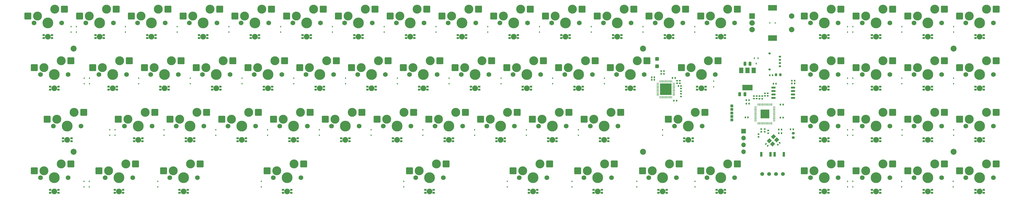
<source format=gbr>
%TF.GenerationSoftware,KiCad,Pcbnew,(6.0.10-0)*%
%TF.CreationDate,2023-03-08T08:25:19-06:00*%
%TF.ProjectId,The-GarlicBoard-2,5468652d-4761-4726-9c69-63426f617264,rev?*%
%TF.SameCoordinates,Original*%
%TF.FileFunction,Soldermask,Bot*%
%TF.FilePolarity,Negative*%
%FSLAX46Y46*%
G04 Gerber Fmt 4.6, Leading zero omitted, Abs format (unit mm)*
G04 Created by KiCad (PCBNEW (6.0.10-0)) date 2023-03-08 08:25:19*
%MOMM*%
%LPD*%
G01*
G04 APERTURE LIST*
G04 Aperture macros list*
%AMRoundRect*
0 Rectangle with rounded corners*
0 $1 Rounding radius*
0 $2 $3 $4 $5 $6 $7 $8 $9 X,Y pos of 4 corners*
0 Add a 4 corners polygon primitive as box body*
4,1,4,$2,$3,$4,$5,$6,$7,$8,$9,$2,$3,0*
0 Add four circle primitives for the rounded corners*
1,1,$1+$1,$2,$3*
1,1,$1+$1,$4,$5*
1,1,$1+$1,$6,$7*
1,1,$1+$1,$8,$9*
0 Add four rect primitives between the rounded corners*
20,1,$1+$1,$2,$3,$4,$5,0*
20,1,$1+$1,$4,$5,$6,$7,0*
20,1,$1+$1,$6,$7,$8,$9,0*
20,1,$1+$1,$8,$9,$2,$3,0*%
%AMRotRect*
0 Rectangle, with rotation*
0 The origin of the aperture is its center*
0 $1 length*
0 $2 width*
0 $3 Rotation angle, in degrees counterclockwise*
0 Add horizontal line*
21,1,$1,$2,0,0,$3*%
G04 Aperture macros list end*
%ADD10C,2.200000*%
%ADD11C,1.397000*%
%ADD12R,2.000000X2.000000*%
%ADD13C,2.000000*%
%ADD14R,3.200000X2.000000*%
%ADD15C,2.100000*%
%ADD16RoundRect,0.070000X-0.330000X-0.280000X0.330000X-0.280000X0.330000X0.280000X-0.330000X0.280000X0*%
%ADD17C,1.750000*%
%ADD18C,3.987800*%
%ADD19RoundRect,0.250000X1.025000X1.000000X-1.025000X1.000000X-1.025000X-1.000000X1.025000X-1.000000X0*%
%ADD20C,3.300000*%
%ADD21RoundRect,0.140000X0.140000X0.170000X-0.140000X0.170000X-0.140000X-0.170000X0.140000X-0.170000X0*%
%ADD22RoundRect,0.218750X0.218750X0.256250X-0.218750X0.256250X-0.218750X-0.256250X0.218750X-0.256250X0*%
%ADD23R,1.000000X1.000000*%
%ADD24R,0.450000X0.600000*%
%ADD25RoundRect,0.135000X0.135000X0.185000X-0.135000X0.185000X-0.135000X-0.185000X0.135000X-0.185000X0*%
%ADD26RoundRect,0.140000X0.170000X-0.140000X0.170000X0.140000X-0.170000X0.140000X-0.170000X-0.140000X0*%
%ADD27RoundRect,0.050000X0.050000X-0.375000X0.050000X0.375000X-0.050000X0.375000X-0.050000X-0.375000X0*%
%ADD28RoundRect,0.050000X0.375000X-0.050000X0.375000X0.050000X-0.375000X0.050000X-0.375000X-0.050000X0*%
%ADD29C,0.600000*%
%ADD30R,4.200000X4.200000*%
%ADD31RotRect,1.400000X1.200000X45.000000*%
%ADD32RoundRect,0.140000X0.219203X0.021213X0.021213X0.219203X-0.219203X-0.021213X-0.021213X-0.219203X0*%
%ADD33RoundRect,0.140000X-0.140000X-0.170000X0.140000X-0.170000X0.140000X0.170000X-0.140000X0.170000X0*%
%ADD34RoundRect,0.050000X0.387500X0.050000X-0.387500X0.050000X-0.387500X-0.050000X0.387500X-0.050000X0*%
%ADD35RoundRect,0.050000X0.050000X0.387500X-0.050000X0.387500X-0.050000X-0.387500X0.050000X-0.387500X0*%
%ADD36R,3.200000X3.200000*%
%ADD37RoundRect,0.135000X-0.135000X-0.185000X0.135000X-0.185000X0.135000X0.185000X-0.135000X0.185000X0*%
%ADD38R,0.450000X0.700000*%
%ADD39RoundRect,0.250000X0.425000X-0.450000X0.425000X0.450000X-0.425000X0.450000X-0.425000X-0.450000X0*%
%ADD40RoundRect,0.135000X0.185000X-0.135000X0.185000X0.135000X-0.185000X0.135000X-0.185000X-0.135000X0*%
%ADD41RoundRect,0.140000X-0.170000X0.140000X-0.170000X-0.140000X0.170000X-0.140000X0.170000X0.140000X0*%
%ADD42RoundRect,0.140000X0.021213X-0.219203X0.219203X-0.021213X-0.021213X0.219203X-0.219203X0.021213X0*%
%ADD43R,0.900000X1.700000*%
%ADD44R,1.500000X2.000000*%
%ADD45R,3.800000X2.000000*%
%ADD46RoundRect,0.150000X0.275000X-0.150000X0.275000X0.150000X-0.275000X0.150000X-0.275000X-0.150000X0*%
%ADD47RoundRect,0.175000X0.225000X-0.175000X0.225000X0.175000X-0.225000X0.175000X-0.225000X-0.175000X0*%
%ADD48R,0.600000X0.450000*%
%ADD49RoundRect,0.250000X0.250000X0.475000X-0.250000X0.475000X-0.250000X-0.475000X0.250000X-0.475000X0*%
%ADD50RoundRect,0.135000X-0.185000X0.135000X-0.185000X-0.135000X0.185000X-0.135000X0.185000X0.135000X0*%
%ADD51R,1.700000X1.700000*%
%ADD52O,1.700000X1.700000*%
%ADD53RoundRect,0.150000X0.650000X0.150000X-0.650000X0.150000X-0.650000X-0.150000X0.650000X-0.150000X0*%
%ADD54RoundRect,0.218750X0.256250X-0.218750X0.256250X0.218750X-0.256250X0.218750X-0.256250X-0.218750X0*%
G04 APERTURE END LIST*
D10*
X373000000Y-148720000D03*
X49151000Y-148720000D03*
X372999000Y-110617000D03*
X258701000Y-148720000D03*
D11*
X302514000Y-156922000D03*
X305054000Y-156922000D03*
X307594000Y-156922000D03*
X310134000Y-156922000D03*
D10*
X258700000Y-110617000D03*
X49150000Y-110617000D03*
D12*
X298824000Y-98592000D03*
D13*
X298824000Y-103592000D03*
X298824000Y-101092000D03*
D14*
X306324000Y-106692000D03*
X306324000Y-95492000D03*
D13*
X313324000Y-103592000D03*
X313324000Y-98592000D03*
D15*
X287274000Y-106172000D03*
D16*
X285724000Y-106722000D03*
X285724000Y-105622000D03*
X288824000Y-105622000D03*
X288824000Y-106722000D03*
D15*
X275367750Y-144272000D03*
D16*
X273817750Y-144822000D03*
X273817750Y-143722000D03*
X276917750Y-143722000D03*
X276917750Y-144822000D03*
D17*
X220980000Y-120142000D03*
X210820000Y-120142000D03*
D18*
X215900000Y-120142000D03*
D19*
X208540000Y-117602000D03*
D20*
X212090000Y-117602000D03*
D19*
X221990000Y-115062000D03*
D20*
X218440000Y-115062000D03*
D21*
X297269000Y-135979000D03*
X296309000Y-135979000D03*
D22*
X309207500Y-120210000D03*
X307632500Y-120210000D03*
D23*
X291350000Y-135650000D03*
D15*
X241966750Y-163322000D03*
D16*
X240416750Y-163872000D03*
X240416750Y-162772000D03*
X243516750Y-162772000D03*
X243516750Y-163872000D03*
D18*
X101600000Y-120142000D03*
D17*
X106680000Y-120142000D03*
X96520000Y-120142000D03*
D19*
X94240000Y-117602000D03*
D20*
X97790000Y-117602000D03*
X104140000Y-115062000D03*
D19*
X107690000Y-115062000D03*
D24*
X220600000Y-104525000D03*
X220600000Y-102425000D03*
X333900000Y-104525000D03*
X333900000Y-102425000D03*
D25*
X270985000Y-129775000D03*
X269965000Y-129775000D03*
D26*
X304508000Y-128026200D03*
X304508000Y-127066200D03*
D18*
X382524000Y-158242000D03*
D17*
X387604000Y-158242000D03*
X377444000Y-158242000D03*
D20*
X378714000Y-155702000D03*
D19*
X375164000Y-155702000D03*
D20*
X385064000Y-153162000D03*
D19*
X388614000Y-153162000D03*
D21*
X272625000Y-124350000D03*
X271665000Y-124350000D03*
D24*
X163450000Y-104525000D03*
X163450000Y-102425000D03*
X258700000Y-104525000D03*
X258700000Y-102425000D03*
D15*
X287274000Y-163322000D03*
D16*
X285724000Y-163872000D03*
X285724000Y-162772000D03*
X288824000Y-162772000D03*
X288824000Y-163872000D03*
D15*
X134874000Y-106172000D03*
D16*
X133324000Y-106722000D03*
X133324000Y-105622000D03*
X136424000Y-105622000D03*
X136424000Y-106722000D03*
D17*
X244094000Y-101092000D03*
D18*
X249174000Y-101092000D03*
D17*
X254254000Y-101092000D03*
D19*
X241814000Y-98552000D03*
D20*
X245364000Y-98552000D03*
D19*
X255264000Y-96012000D03*
D20*
X251714000Y-96012000D03*
D24*
X353950000Y-123575000D03*
X353950000Y-121475000D03*
X168250000Y-123575000D03*
X168250000Y-121475000D03*
D17*
X280447750Y-139192000D03*
X270287750Y-139192000D03*
D18*
X275367750Y-139192000D03*
D19*
X268007750Y-136652000D03*
D20*
X271557750Y-136652000D03*
D19*
X281457750Y-134112000D03*
D20*
X277907750Y-134112000D03*
D27*
X269250000Y-128550000D03*
X268850000Y-128550000D03*
X268450000Y-128550000D03*
X268050000Y-128550000D03*
X267650000Y-128550000D03*
X267250000Y-128550000D03*
X266850000Y-128550000D03*
X266450000Y-128550000D03*
X266050000Y-128550000D03*
X265650000Y-128550000D03*
X265250000Y-128550000D03*
X264850000Y-128550000D03*
D28*
X264100000Y-127800000D03*
X264100000Y-127400000D03*
X264100000Y-127000000D03*
X264100000Y-126600000D03*
X264100000Y-126200000D03*
X264100000Y-125800000D03*
X264100000Y-125400000D03*
X264100000Y-125000000D03*
X264100000Y-124600000D03*
X264100000Y-124200000D03*
X264100000Y-123800000D03*
X264100000Y-123400000D03*
D27*
X264850000Y-122650000D03*
X265250000Y-122650000D03*
X265650000Y-122650000D03*
X266050000Y-122650000D03*
X266450000Y-122650000D03*
X266850000Y-122650000D03*
X267250000Y-122650000D03*
X267650000Y-122650000D03*
X268050000Y-122650000D03*
X268450000Y-122650000D03*
X268850000Y-122650000D03*
X269250000Y-122650000D03*
D28*
X270000000Y-123400000D03*
X270000000Y-123800000D03*
X270000000Y-124200000D03*
X270000000Y-124600000D03*
X270000000Y-125000000D03*
X270000000Y-125400000D03*
X270000000Y-125800000D03*
X270000000Y-126200000D03*
X270000000Y-126600000D03*
X270000000Y-127000000D03*
X270000000Y-127400000D03*
X270000000Y-127800000D03*
D29*
X267050000Y-124100000D03*
X268550000Y-127100000D03*
X268550000Y-124100000D03*
X267050000Y-127100000D03*
X265550000Y-127100000D03*
X267050000Y-125600000D03*
D30*
X267050000Y-125600000D03*
D29*
X265550000Y-125600000D03*
X268550000Y-125600000D03*
X265550000Y-124100000D03*
D15*
X101600000Y-125222000D03*
D16*
X100050000Y-125772000D03*
X100050000Y-124672000D03*
X103150000Y-124672000D03*
X103150000Y-125772000D03*
D24*
X130150000Y-123575000D03*
X130150000Y-121475000D03*
D21*
X266330000Y-118900000D03*
X265370000Y-118900000D03*
D24*
X196700000Y-142625000D03*
X196700000Y-140525000D03*
D17*
X292354000Y-158242000D03*
D18*
X287274000Y-158242000D03*
D17*
X282194000Y-158242000D03*
D20*
X283464000Y-155702000D03*
D19*
X279914000Y-155702000D03*
X293364000Y-153162000D03*
D20*
X289814000Y-153162000D03*
D26*
X272175000Y-123380000D03*
X272175000Y-122420000D03*
D24*
X215750000Y-142625000D03*
X215750000Y-140525000D03*
D31*
X305121142Y-144626777D03*
X306676777Y-143071142D03*
X307878858Y-144273223D03*
X306323223Y-145828858D03*
D15*
X382524000Y-163322000D03*
D16*
X380974000Y-163872000D03*
X380974000Y-162772000D03*
X384074000Y-162772000D03*
X384074000Y-163872000D03*
D24*
X144400000Y-104525000D03*
X144400000Y-102425000D03*
X101450000Y-142625000D03*
X101450000Y-140525000D03*
D15*
X82550000Y-125222000D03*
D16*
X81000000Y-125772000D03*
X81000000Y-124672000D03*
X84100000Y-124672000D03*
X84100000Y-125772000D03*
D24*
X239650000Y-104525000D03*
X239650000Y-102425000D03*
X48150000Y-104525000D03*
X48150000Y-102425000D03*
D32*
X304589411Y-146509411D03*
X303910589Y-145830589D03*
D15*
X325374000Y-144272000D03*
D16*
X323824000Y-144822000D03*
X323824000Y-143722000D03*
X326924000Y-143722000D03*
X326924000Y-144822000D03*
D15*
X115824000Y-106172000D03*
D16*
X114274000Y-106722000D03*
X114274000Y-105622000D03*
X117374000Y-105622000D03*
X117374000Y-106722000D03*
D17*
X84486750Y-158242000D03*
X94646750Y-158242000D03*
D18*
X89566750Y-158242000D03*
D19*
X82206750Y-155702000D03*
D20*
X85756750Y-155702000D03*
X92106750Y-153162000D03*
D19*
X95656750Y-153162000D03*
D17*
X192278000Y-139192000D03*
X182118000Y-139192000D03*
D18*
X187198000Y-139192000D03*
D20*
X183388000Y-136652000D03*
D19*
X179838000Y-136652000D03*
X193288000Y-134112000D03*
D20*
X189738000Y-134112000D03*
D24*
X265817750Y-142625000D03*
X265817750Y-140525000D03*
D18*
X244348000Y-139192000D03*
D17*
X239268000Y-139192000D03*
X249428000Y-139192000D03*
D20*
X240538000Y-136652000D03*
D19*
X236988000Y-136652000D03*
D20*
X246888000Y-134112000D03*
D19*
X250438000Y-134112000D03*
D17*
X163830000Y-120142000D03*
X153670000Y-120142000D03*
D18*
X158750000Y-120142000D03*
D19*
X151390000Y-117602000D03*
D20*
X154940000Y-117602000D03*
X161290000Y-115062000D03*
D19*
X164840000Y-115062000D03*
D15*
X325374000Y-106172000D03*
D16*
X323824000Y-106722000D03*
X323824000Y-105622000D03*
X326924000Y-105622000D03*
X326924000Y-106722000D03*
D24*
X68200000Y-104525000D03*
X68200000Y-102425000D03*
D15*
X225298000Y-144272000D03*
D16*
X223748000Y-144822000D03*
X223748000Y-143722000D03*
X226848000Y-143722000D03*
X226848000Y-144822000D03*
D24*
X106300000Y-104525000D03*
X106300000Y-102425000D03*
X206400000Y-123575000D03*
X206400000Y-121475000D03*
D18*
X280130250Y-120142000D03*
D17*
X275050250Y-120142000D03*
X285210250Y-120142000D03*
D20*
X276320250Y-117602000D03*
D19*
X272770250Y-117602000D03*
D20*
X282670250Y-115062000D03*
D19*
X286220250Y-115062000D03*
D15*
X63500000Y-125222000D03*
D16*
X61950000Y-125772000D03*
X61950000Y-124672000D03*
X65050000Y-124672000D03*
X65050000Y-125772000D03*
D33*
X309235000Y-131280000D03*
X310195000Y-131280000D03*
D18*
X211074000Y-101092000D03*
D17*
X205994000Y-101092000D03*
X216154000Y-101092000D03*
D20*
X207264000Y-98552000D03*
D19*
X203714000Y-98552000D03*
X217164000Y-96012000D03*
D20*
X213614000Y-96012000D03*
D24*
X335850000Y-161675000D03*
X335850000Y-159575000D03*
D15*
X325374000Y-163322000D03*
D16*
X323824000Y-163872000D03*
X323824000Y-162772000D03*
X326924000Y-162772000D03*
X326924000Y-163872000D03*
D23*
X291350000Y-133050000D03*
D15*
X120650000Y-125222000D03*
D16*
X119100000Y-125772000D03*
X119100000Y-124672000D03*
X122200000Y-124672000D03*
X122200000Y-125772000D03*
D34*
X306929500Y-132109000D03*
X306929500Y-132509000D03*
X306929500Y-132909000D03*
X306929500Y-133309000D03*
X306929500Y-133709000D03*
X306929500Y-134109000D03*
X306929500Y-134509000D03*
X306929500Y-134909000D03*
X306929500Y-135309000D03*
X306929500Y-135709000D03*
X306929500Y-136109000D03*
X306929500Y-136509000D03*
X306929500Y-136909000D03*
X306929500Y-137309000D03*
D35*
X306092000Y-138146500D03*
X305692000Y-138146500D03*
X305292000Y-138146500D03*
X304892000Y-138146500D03*
X304492000Y-138146500D03*
X304092000Y-138146500D03*
X303692000Y-138146500D03*
X303292000Y-138146500D03*
X302892000Y-138146500D03*
X302492000Y-138146500D03*
X302092000Y-138146500D03*
X301692000Y-138146500D03*
X301292000Y-138146500D03*
X300892000Y-138146500D03*
D34*
X300054500Y-137309000D03*
X300054500Y-136909000D03*
X300054500Y-136509000D03*
X300054500Y-136109000D03*
X300054500Y-135709000D03*
X300054500Y-135309000D03*
X300054500Y-134909000D03*
X300054500Y-134509000D03*
X300054500Y-134109000D03*
X300054500Y-133709000D03*
X300054500Y-133309000D03*
X300054500Y-132909000D03*
X300054500Y-132509000D03*
X300054500Y-132109000D03*
D35*
X300892000Y-131271500D03*
X301292000Y-131271500D03*
X301692000Y-131271500D03*
X302092000Y-131271500D03*
X302492000Y-131271500D03*
X302892000Y-131271500D03*
X303292000Y-131271500D03*
X303692000Y-131271500D03*
X304092000Y-131271500D03*
X304492000Y-131271500D03*
X304892000Y-131271500D03*
X305292000Y-131271500D03*
X305692000Y-131271500D03*
X306092000Y-131271500D03*
D29*
X304742000Y-133459000D03*
X302242000Y-133459000D03*
D36*
X303492000Y-134709000D03*
D29*
X304742000Y-135959000D03*
X303492000Y-133459000D03*
X303492000Y-135959000D03*
X303492000Y-134709000D03*
X302242000Y-134709000D03*
X302242000Y-135959000D03*
X304742000Y-134709000D03*
D17*
X175006000Y-158242000D03*
X185166000Y-158242000D03*
D18*
X180086000Y-158242000D03*
D20*
X176276000Y-155702000D03*
D19*
X172726000Y-155702000D03*
X186176000Y-153162000D03*
D20*
X182626000Y-153162000D03*
D24*
X52900000Y-161675000D03*
X52900000Y-159575000D03*
D17*
X144018000Y-139192000D03*
D18*
X149098000Y-139192000D03*
D17*
X154178000Y-139192000D03*
D20*
X145288000Y-136652000D03*
D19*
X141738000Y-136652000D03*
D20*
X151638000Y-134112000D03*
D19*
X155188000Y-134112000D03*
D15*
X363474000Y-163322000D03*
D16*
X361924000Y-163872000D03*
X361924000Y-162772000D03*
X365024000Y-162772000D03*
X365024000Y-163872000D03*
D24*
X208686000Y-161675000D03*
X208686000Y-159575000D03*
X120500000Y-142625000D03*
X120500000Y-140525000D03*
X335900000Y-123575000D03*
X335900000Y-121475000D03*
D15*
X192024000Y-106172000D03*
D16*
X190474000Y-106722000D03*
X190474000Y-105622000D03*
X193574000Y-105622000D03*
X193574000Y-106722000D03*
D18*
X130048000Y-139192000D03*
D17*
X124968000Y-139192000D03*
X135128000Y-139192000D03*
D20*
X126238000Y-136652000D03*
D19*
X122688000Y-136652000D03*
X136138000Y-134112000D03*
D20*
X132588000Y-134112000D03*
D18*
X63500000Y-120142000D03*
D17*
X58420000Y-120142000D03*
X68580000Y-120142000D03*
D19*
X56140000Y-117602000D03*
D20*
X59690000Y-117602000D03*
X66040000Y-115062000D03*
D19*
X69590000Y-115062000D03*
D37*
X308650002Y-141800000D03*
X309670002Y-141800000D03*
D24*
X182500000Y-104525000D03*
X182500000Y-102425000D03*
D15*
X127666750Y-163322000D03*
D16*
X126116750Y-163872000D03*
X126116750Y-162772000D03*
X129216750Y-162772000D03*
X129216750Y-163872000D03*
D24*
X139550000Y-142625000D03*
X139550000Y-140525000D03*
X244450000Y-123575000D03*
X244450000Y-121475000D03*
D17*
X330454000Y-158242000D03*
X320294000Y-158242000D03*
D18*
X325374000Y-158242000D03*
D19*
X318014000Y-155702000D03*
D20*
X321564000Y-155702000D03*
D19*
X331464000Y-153162000D03*
D20*
X327914000Y-153162000D03*
D15*
X218186000Y-163322000D03*
D16*
X216636000Y-163872000D03*
X216636000Y-162772000D03*
X219736000Y-162772000D03*
X219736000Y-163872000D03*
D18*
X96774000Y-101092000D03*
D17*
X91694000Y-101092000D03*
X101854000Y-101092000D03*
D19*
X89414000Y-98552000D03*
D20*
X92964000Y-98552000D03*
X99314000Y-96012000D03*
D19*
X102864000Y-96012000D03*
D24*
X87250000Y-104525000D03*
X87250000Y-102425000D03*
D15*
X139700000Y-125222000D03*
D16*
X138150000Y-125772000D03*
X138150000Y-124672000D03*
X141250000Y-124672000D03*
X141250000Y-125772000D03*
D38*
X299680000Y-114110000D03*
X300980000Y-114110000D03*
X300330000Y-116110000D03*
D15*
X363474000Y-144272000D03*
D16*
X361924000Y-144822000D03*
X361924000Y-143722000D03*
X365024000Y-143722000D03*
X365024000Y-144822000D03*
D24*
X54976000Y-123575000D03*
X54976000Y-121475000D03*
D15*
X149100000Y-144272000D03*
D16*
X147550000Y-144822000D03*
X147550000Y-143722000D03*
X150650000Y-143722000D03*
X150650000Y-144822000D03*
D15*
X72898000Y-144272000D03*
D16*
X71348000Y-144822000D03*
X71348000Y-143722000D03*
X74448000Y-143722000D03*
X74448000Y-144822000D03*
D17*
X72644000Y-101092000D03*
X82804000Y-101092000D03*
D18*
X77724000Y-101092000D03*
D20*
X73914000Y-98552000D03*
D19*
X70364000Y-98552000D03*
X83814000Y-96012000D03*
D20*
X80264000Y-96012000D03*
D18*
X363474000Y-120142000D03*
D17*
X368554000Y-120142000D03*
X358394000Y-120142000D03*
D19*
X356114000Y-117602000D03*
D20*
X359664000Y-117602000D03*
D19*
X369564000Y-115062000D03*
D20*
X366014000Y-115062000D03*
D24*
X64374000Y-142625000D03*
X64374000Y-140525000D03*
D39*
X263850000Y-117100000D03*
X263850000Y-114400000D03*
D24*
X353950000Y-104525000D03*
X353950000Y-102425000D03*
D17*
X236886750Y-158242000D03*
X247046750Y-158242000D03*
D18*
X241966750Y-158242000D03*
D19*
X234606750Y-155702000D03*
D20*
X238156750Y-155702000D03*
D19*
X248056750Y-153162000D03*
D20*
X244506750Y-153162000D03*
D40*
X272600000Y-126310000D03*
X272600000Y-125290000D03*
D26*
X271200000Y-123380000D03*
X271200000Y-122420000D03*
D21*
X262840000Y-122115000D03*
X261880000Y-122115000D03*
D23*
X291350000Y-134350000D03*
D17*
X282194000Y-101092000D03*
X292354000Y-101092000D03*
D18*
X287274000Y-101092000D03*
D20*
X283464000Y-98552000D03*
D19*
X279914000Y-98552000D03*
X293364000Y-96012000D03*
D20*
X289814000Y-96012000D03*
D15*
X180086000Y-163322000D03*
D16*
X178536000Y-163872000D03*
X178536000Y-162772000D03*
X181636000Y-162772000D03*
X181636000Y-163872000D03*
D24*
X149200000Y-123575000D03*
X149200000Y-121475000D03*
D15*
X187198000Y-144272000D03*
D16*
X185648000Y-144822000D03*
X185648000Y-143722000D03*
X188748000Y-143722000D03*
X188748000Y-144822000D03*
D15*
X382524000Y-144272000D03*
D16*
X380974000Y-144822000D03*
X380974000Y-143722000D03*
X384074000Y-143722000D03*
X384074000Y-144822000D03*
D17*
X77470000Y-120142000D03*
X87630000Y-120142000D03*
D18*
X82550000Y-120142000D03*
D20*
X78740000Y-117602000D03*
D19*
X75190000Y-117602000D03*
X88640000Y-115062000D03*
D20*
X85090000Y-115062000D03*
D17*
X270922750Y-158242000D03*
D18*
X265842750Y-158242000D03*
D17*
X260762750Y-158242000D03*
D19*
X258482750Y-155702000D03*
D20*
X262032750Y-155702000D03*
D19*
X271932750Y-153162000D03*
D20*
X268382750Y-153162000D03*
D15*
X344424000Y-144272000D03*
D16*
X342874000Y-144822000D03*
X342874000Y-143722000D03*
X345974000Y-143722000D03*
X345974000Y-144822000D03*
D24*
X177650000Y-142625000D03*
X177650000Y-140525000D03*
X234850000Y-142625000D03*
X234850000Y-140525000D03*
D26*
X299428000Y-129062400D03*
X299428000Y-128102400D03*
D24*
X225400000Y-123575000D03*
X225400000Y-121475000D03*
D15*
X215900000Y-125222000D03*
D16*
X214350000Y-125772000D03*
X214350000Y-124672000D03*
X217450000Y-124672000D03*
X217450000Y-125772000D03*
D24*
X373000000Y-123575000D03*
X373000000Y-121475000D03*
D15*
X196850000Y-125222000D03*
D16*
X195300000Y-125772000D03*
X195300000Y-124672000D03*
X198400000Y-124672000D03*
X198400000Y-125772000D03*
D37*
X313455000Y-123424000D03*
X314475000Y-123424000D03*
D18*
X363474000Y-158242000D03*
D17*
X368554000Y-158242000D03*
X358394000Y-158242000D03*
D19*
X356114000Y-155702000D03*
D20*
X359664000Y-155702000D03*
X366014000Y-153162000D03*
D19*
X369564000Y-153162000D03*
D18*
X120650000Y-120142000D03*
D17*
X125730000Y-120142000D03*
X115570000Y-120142000D03*
D19*
X113290000Y-117602000D03*
D20*
X116840000Y-117602000D03*
D19*
X126740000Y-115062000D03*
D20*
X123190000Y-115062000D03*
D17*
X144780000Y-120142000D03*
X134620000Y-120142000D03*
D18*
X139700000Y-120142000D03*
D20*
X135890000Y-117602000D03*
D19*
X132340000Y-117602000D03*
D20*
X142240000Y-115062000D03*
D19*
X145790000Y-115062000D03*
D18*
X382524000Y-120142000D03*
D17*
X387604000Y-120142000D03*
X377444000Y-120142000D03*
D19*
X375164000Y-117602000D03*
D20*
X378714000Y-117602000D03*
X385064000Y-115062000D03*
D19*
X388614000Y-115062000D03*
D17*
X339344000Y-139192000D03*
X349504000Y-139192000D03*
D18*
X344424000Y-139192000D03*
D19*
X337064000Y-136652000D03*
D20*
X340614000Y-136652000D03*
D19*
X350514000Y-134112000D03*
D20*
X346964000Y-134112000D03*
D17*
X320294000Y-120142000D03*
D18*
X325374000Y-120142000D03*
D17*
X330454000Y-120142000D03*
D19*
X318014000Y-117602000D03*
D20*
X321564000Y-117602000D03*
D19*
X331464000Y-115062000D03*
D20*
X327914000Y-115062000D03*
D15*
X344424000Y-106172000D03*
D16*
X342874000Y-106722000D03*
X342874000Y-105622000D03*
X345974000Y-105622000D03*
X345974000Y-106722000D03*
D17*
X320294000Y-139192000D03*
X330454000Y-139192000D03*
D18*
X325374000Y-139192000D03*
D19*
X318014000Y-136652000D03*
D20*
X321564000Y-136652000D03*
X327914000Y-134112000D03*
D19*
X331464000Y-134112000D03*
D24*
X373000000Y-104525000D03*
X373000000Y-102425000D03*
X125350000Y-104525000D03*
X125350000Y-102425000D03*
D41*
X303450000Y-140320000D03*
X303450000Y-141280000D03*
D21*
X297650000Y-129629000D03*
X296690000Y-129629000D03*
D24*
X50150000Y-104525000D03*
X50150000Y-102425000D03*
D17*
X220218000Y-139192000D03*
X230378000Y-139192000D03*
D18*
X225298000Y-139192000D03*
D19*
X217938000Y-136652000D03*
D20*
X221488000Y-136652000D03*
D19*
X231388000Y-134112000D03*
D20*
X227838000Y-134112000D03*
D15*
X363474000Y-125222000D03*
D16*
X361924000Y-125772000D03*
X361924000Y-124672000D03*
X365024000Y-124672000D03*
X365024000Y-125772000D03*
D24*
X54900000Y-161675000D03*
X54900000Y-159575000D03*
D15*
X77724000Y-106172000D03*
D16*
X76174000Y-106722000D03*
X76174000Y-105622000D03*
X79274000Y-105622000D03*
X79274000Y-106722000D03*
D24*
X92050000Y-123575000D03*
X92050000Y-121475000D03*
X256342750Y-161675000D03*
X256342750Y-159575000D03*
D15*
X280130250Y-125222000D03*
D16*
X278580250Y-125772000D03*
X278580250Y-124672000D03*
X281680250Y-124672000D03*
X281680250Y-125772000D03*
D24*
X284650000Y-124700000D03*
X284650000Y-122600000D03*
D17*
X132746750Y-158242000D03*
X122586750Y-158242000D03*
D18*
X127666750Y-158242000D03*
D20*
X123856750Y-155702000D03*
D19*
X120306750Y-155702000D03*
D20*
X130206750Y-153162000D03*
D19*
X133756750Y-153162000D03*
D24*
X158600000Y-142625000D03*
X158600000Y-140525000D03*
D18*
X65786000Y-158242000D03*
D17*
X70866000Y-158242000D03*
X60706000Y-158242000D03*
D19*
X58426000Y-155702000D03*
D20*
X61976000Y-155702000D03*
X68326000Y-153162000D03*
D19*
X71876000Y-153162000D03*
D17*
X36925250Y-158242000D03*
X47085250Y-158242000D03*
D18*
X42005250Y-158242000D03*
D19*
X34645250Y-155702000D03*
D20*
X38195250Y-155702000D03*
X44545250Y-153162000D03*
D19*
X48095250Y-153162000D03*
D17*
X182880000Y-120142000D03*
X172720000Y-120142000D03*
D18*
X177800000Y-120142000D03*
D19*
X170440000Y-117602000D03*
D20*
X173990000Y-117602000D03*
X180340000Y-115062000D03*
D19*
X183890000Y-115062000D03*
D24*
X62400000Y-142625000D03*
X62400000Y-140525000D03*
D18*
X234950000Y-120142000D03*
D17*
X229870000Y-120142000D03*
X240030000Y-120142000D03*
D20*
X231140000Y-117602000D03*
D19*
X227590000Y-117602000D03*
D20*
X237490000Y-115062000D03*
D19*
X241040000Y-115062000D03*
D37*
X308650002Y-140450000D03*
X309670002Y-140450000D03*
D24*
X187300000Y-123575000D03*
X187300000Y-121475000D03*
D17*
X178054000Y-101092000D03*
X167894000Y-101092000D03*
D18*
X172974000Y-101092000D03*
D19*
X165614000Y-98552000D03*
D20*
X169164000Y-98552000D03*
X175514000Y-96012000D03*
D19*
X179064000Y-96012000D03*
D15*
X268224000Y-106172000D03*
D16*
X266674000Y-106722000D03*
X266674000Y-105622000D03*
X269774000Y-105622000D03*
X269774000Y-106722000D03*
D15*
X58674000Y-106172000D03*
D16*
X57124000Y-106722000D03*
X57124000Y-105622000D03*
X60224000Y-105622000D03*
X60224000Y-106722000D03*
D15*
X344424000Y-125222000D03*
D16*
X342874000Y-125772000D03*
X342874000Y-124672000D03*
X345974000Y-124672000D03*
X345974000Y-125772000D03*
D17*
X330454000Y-101092000D03*
X320294000Y-101092000D03*
D18*
X325374000Y-101092000D03*
D19*
X318014000Y-98552000D03*
D20*
X321564000Y-98552000D03*
X327914000Y-96012000D03*
D19*
X331464000Y-96012000D03*
D23*
X291350000Y-136950000D03*
D42*
X308310589Y-146039411D03*
X308989411Y-145360589D03*
D15*
X244348000Y-144272000D03*
D16*
X242798000Y-144822000D03*
X242798000Y-143722000D03*
X245898000Y-143722000D03*
X245898000Y-144822000D03*
D43*
X307100500Y-149600000D03*
X310500500Y-149600000D03*
D24*
X170586000Y-161675000D03*
X170586000Y-159575000D03*
D15*
X46767750Y-144272000D03*
D16*
X45217750Y-144822000D03*
X45217750Y-143722000D03*
X48317750Y-143722000D03*
X48317750Y-144822000D03*
D21*
X262840000Y-121140000D03*
X261880000Y-121140000D03*
D17*
X377444000Y-101092000D03*
X387604000Y-101092000D03*
D18*
X382524000Y-101092000D03*
D19*
X375164000Y-98552000D03*
D20*
X378714000Y-98552000D03*
X385064000Y-96012000D03*
D19*
X388614000Y-96012000D03*
D15*
X234950000Y-125222000D03*
D16*
X233400000Y-125772000D03*
X233400000Y-124672000D03*
X236500000Y-124672000D03*
X236500000Y-125772000D03*
D24*
X335850000Y-142625000D03*
X335850000Y-140525000D03*
D43*
X305547500Y-149600000D03*
X302147500Y-149600000D03*
D33*
X306625000Y-123499000D03*
X307585000Y-123499000D03*
D24*
X201550000Y-104525000D03*
X201550000Y-102425000D03*
D37*
X312940000Y-140410000D03*
X313960000Y-140410000D03*
D15*
X382524000Y-106172000D03*
D16*
X380974000Y-106722000D03*
X380974000Y-105622000D03*
X384074000Y-105622000D03*
X384074000Y-106722000D03*
D44*
X294800000Y-118650000D03*
D45*
X297100000Y-124950000D03*
D44*
X297100000Y-118650000D03*
X299400000Y-118650000D03*
D17*
X53594000Y-101092000D03*
X63754000Y-101092000D03*
D18*
X58674000Y-101092000D03*
D20*
X54864000Y-98552000D03*
D19*
X51314000Y-98552000D03*
X64764000Y-96012000D03*
D20*
X61214000Y-96012000D03*
D24*
X373000000Y-142625000D03*
X373000000Y-140525000D03*
X80066750Y-161675000D03*
X80066750Y-159575000D03*
X333900000Y-142625000D03*
X333900000Y-140525000D03*
D37*
X269490000Y-121400000D03*
X270510000Y-121400000D03*
D25*
X306340000Y-120440000D03*
X305320000Y-120440000D03*
D24*
X335900000Y-104525000D03*
X335900000Y-102425000D03*
D15*
X325374000Y-125222000D03*
D16*
X323824000Y-125772000D03*
X323824000Y-124672000D03*
X326924000Y-124672000D03*
X326924000Y-125772000D03*
D18*
X254000000Y-120142000D03*
D17*
X248920000Y-120142000D03*
X259080000Y-120142000D03*
D19*
X246640000Y-117602000D03*
D20*
X250190000Y-117602000D03*
D19*
X260090000Y-115062000D03*
D20*
X256540000Y-115062000D03*
D24*
X82400000Y-142625000D03*
X82400000Y-140525000D03*
D15*
X65786000Y-163322000D03*
D16*
X64236000Y-163872000D03*
X64236000Y-162772000D03*
X67336000Y-162772000D03*
X67336000Y-163872000D03*
D24*
X111100000Y-123575000D03*
X111100000Y-121475000D03*
X372750000Y-161675000D03*
X372750000Y-159575000D03*
D17*
X47085250Y-120142000D03*
X36925250Y-120142000D03*
D18*
X42005250Y-120142000D03*
D19*
X34645250Y-117602000D03*
D20*
X38195250Y-117602000D03*
X44545250Y-115062000D03*
D19*
X48095250Y-115062000D03*
D17*
X197104000Y-101092000D03*
D18*
X192024000Y-101092000D03*
D17*
X186944000Y-101092000D03*
D20*
X188214000Y-98552000D03*
D19*
X184664000Y-98552000D03*
X198114000Y-96012000D03*
D20*
X194564000Y-96012000D03*
D15*
X42005250Y-125222000D03*
D16*
X40455250Y-125772000D03*
X40455250Y-124672000D03*
X43555250Y-124672000D03*
X43555250Y-125772000D03*
D40*
X304700000Y-141810000D03*
X304700000Y-140790000D03*
D18*
X115824000Y-101092000D03*
D17*
X120904000Y-101092000D03*
X110744000Y-101092000D03*
D20*
X112014000Y-98552000D03*
D19*
X108464000Y-98552000D03*
X121914000Y-96012000D03*
D20*
X118364000Y-96012000D03*
D41*
X302200000Y-140320000D03*
X302200000Y-141280000D03*
D46*
X309010000Y-117140000D03*
X309010000Y-115940000D03*
X309010000Y-114740000D03*
X309010000Y-113540000D03*
D47*
X305235000Y-112390000D03*
X305235000Y-118290000D03*
D48*
X305274000Y-101092000D03*
X307374000Y-101092000D03*
D15*
X344424000Y-163322000D03*
D16*
X342874000Y-163872000D03*
X342874000Y-162772000D03*
X345974000Y-162772000D03*
X345974000Y-163872000D03*
D49*
X296150000Y-127400000D03*
X294250000Y-127400000D03*
D15*
X110998000Y-144272000D03*
D16*
X109448000Y-144822000D03*
X109448000Y-143722000D03*
X112548000Y-143722000D03*
X112548000Y-144822000D03*
D24*
X118166750Y-161675000D03*
X118166750Y-159575000D03*
D50*
X301460000Y-128072400D03*
X301460000Y-129092400D03*
D17*
X34544000Y-101092000D03*
D18*
X39624000Y-101092000D03*
D17*
X44704000Y-101092000D03*
D20*
X35814000Y-98552000D03*
D19*
X32264000Y-98552000D03*
D20*
X42164000Y-96012000D03*
D19*
X45714000Y-96012000D03*
D17*
X223266000Y-158242000D03*
D18*
X218186000Y-158242000D03*
D17*
X213106000Y-158242000D03*
D20*
X214376000Y-155702000D03*
D19*
X210826000Y-155702000D03*
X224276000Y-153162000D03*
D20*
X220726000Y-153162000D03*
D15*
X158750000Y-125222000D03*
D16*
X157200000Y-125772000D03*
X157200000Y-124672000D03*
X160300000Y-124672000D03*
X160300000Y-125772000D03*
D33*
X309235000Y-136106000D03*
X310195000Y-136106000D03*
D21*
X297650000Y-130899000D03*
X296690000Y-130899000D03*
D17*
X67818000Y-139192000D03*
D18*
X72898000Y-139192000D03*
D17*
X77978000Y-139192000D03*
D20*
X69088000Y-136652000D03*
D19*
X65538000Y-136652000D03*
D20*
X75438000Y-134112000D03*
D19*
X78988000Y-134112000D03*
D17*
X358394000Y-139192000D03*
X368554000Y-139192000D03*
D18*
X363474000Y-139192000D03*
D20*
X359664000Y-136652000D03*
D19*
X356114000Y-136652000D03*
D20*
X366014000Y-134112000D03*
D19*
X369564000Y-134112000D03*
D17*
X41687750Y-139192000D03*
D18*
X46767750Y-139192000D03*
D17*
X51847750Y-139192000D03*
D20*
X42957750Y-136652000D03*
D19*
X39407750Y-136652000D03*
D20*
X49307750Y-134112000D03*
D19*
X52857750Y-134112000D03*
D24*
X354000000Y-142625000D03*
X354000000Y-140525000D03*
D51*
X295700000Y-141100000D03*
D52*
X295700000Y-143640000D03*
X295700000Y-146180000D03*
X295700000Y-148720000D03*
D15*
X42005250Y-163322000D03*
D16*
X40455250Y-163872000D03*
X40455250Y-162772000D03*
X43555250Y-162772000D03*
X43555250Y-163872000D03*
D24*
X53000000Y-123575000D03*
X53000000Y-121475000D03*
D15*
X177800000Y-125222000D03*
D16*
X176250000Y-125772000D03*
X176250000Y-124672000D03*
X179350000Y-124672000D03*
X179350000Y-125772000D03*
D18*
X230124000Y-101092000D03*
D17*
X225044000Y-101092000D03*
X235204000Y-101092000D03*
D20*
X226314000Y-98552000D03*
D19*
X222764000Y-98552000D03*
D20*
X232664000Y-96012000D03*
D19*
X236214000Y-96012000D03*
D25*
X314475000Y-122424000D03*
X313455000Y-122424000D03*
D15*
X363474000Y-106172000D03*
D16*
X361924000Y-106722000D03*
X361924000Y-105622000D03*
X365024000Y-105622000D03*
X365024000Y-106722000D03*
D17*
X349504000Y-158242000D03*
D18*
X344424000Y-158242000D03*
D17*
X339344000Y-158242000D03*
D20*
X340614000Y-155702000D03*
D19*
X337064000Y-155702000D03*
D20*
X346964000Y-153162000D03*
D19*
X350514000Y-153162000D03*
D15*
X265842750Y-163322000D03*
D16*
X264292750Y-163872000D03*
X264292750Y-162772000D03*
X267392750Y-162772000D03*
X267392750Y-163872000D03*
D17*
X349504000Y-120142000D03*
D18*
X344424000Y-120142000D03*
D17*
X339344000Y-120142000D03*
D19*
X337064000Y-117602000D03*
D20*
X340614000Y-117602000D03*
X346964000Y-115062000D03*
D19*
X350514000Y-115062000D03*
D17*
X201930000Y-120142000D03*
X191770000Y-120142000D03*
D18*
X196850000Y-120142000D03*
D20*
X193040000Y-117602000D03*
D19*
X189490000Y-117602000D03*
D20*
X199390000Y-115062000D03*
D19*
X202940000Y-115062000D03*
D18*
X268224000Y-101092000D03*
D17*
X273304000Y-101092000D03*
X263144000Y-101092000D03*
D20*
X264414000Y-98552000D03*
D19*
X260864000Y-98552000D03*
D20*
X270764000Y-96012000D03*
D19*
X274314000Y-96012000D03*
D15*
X168148000Y-144272000D03*
D16*
X166598000Y-144822000D03*
X166598000Y-143722000D03*
X169698000Y-143722000D03*
X169698000Y-144822000D03*
D15*
X249174000Y-106172000D03*
D16*
X247624000Y-106722000D03*
X247624000Y-105622000D03*
X250724000Y-105622000D03*
X250724000Y-106722000D03*
D15*
X206248000Y-144272000D03*
D16*
X204698000Y-144822000D03*
X204698000Y-143722000D03*
X207798000Y-143722000D03*
X207798000Y-144822000D03*
D26*
X303500000Y-128030000D03*
X303500000Y-127070000D03*
D53*
X313825000Y-124995000D03*
X313825000Y-126265000D03*
X313825000Y-127535000D03*
X313825000Y-128805000D03*
X306625000Y-128805000D03*
X306625000Y-127535000D03*
X306625000Y-126265000D03*
X306625000Y-124995000D03*
D15*
X230124000Y-106172000D03*
D16*
X228574000Y-106722000D03*
X228574000Y-105622000D03*
X231674000Y-105622000D03*
X231674000Y-106722000D03*
D17*
X163068000Y-139192000D03*
X173228000Y-139192000D03*
D18*
X168148000Y-139192000D03*
D20*
X164338000Y-136652000D03*
D19*
X160788000Y-136652000D03*
X174238000Y-134112000D03*
D20*
X170688000Y-134112000D03*
D15*
X172974000Y-106172000D03*
D16*
X171424000Y-106722000D03*
X171424000Y-105622000D03*
X174524000Y-105622000D03*
X174524000Y-106722000D03*
D18*
X91948000Y-139192000D03*
D17*
X97028000Y-139192000D03*
X86868000Y-139192000D03*
D20*
X88138000Y-136652000D03*
D19*
X84588000Y-136652000D03*
X98038000Y-134112000D03*
D20*
X94488000Y-134112000D03*
D24*
X232466750Y-161675000D03*
X232466750Y-159575000D03*
D15*
X130048000Y-144272000D03*
D16*
X128498000Y-144822000D03*
X128498000Y-143722000D03*
X131598000Y-143722000D03*
X131598000Y-144822000D03*
D50*
X272600000Y-127240000D03*
X272600000Y-128260000D03*
D15*
X382524000Y-125222000D03*
D16*
X380974000Y-125772000D03*
X380974000Y-124672000D03*
X384074000Y-124672000D03*
X384074000Y-125772000D03*
D15*
X153924000Y-106172000D03*
D16*
X152374000Y-106722000D03*
X152374000Y-105622000D03*
X155474000Y-105622000D03*
X155474000Y-106722000D03*
D17*
X358394000Y-101092000D03*
D18*
X363474000Y-101092000D03*
D17*
X368554000Y-101092000D03*
D19*
X356114000Y-98552000D03*
D20*
X359664000Y-98552000D03*
X366014000Y-96012000D03*
D19*
X369564000Y-96012000D03*
D50*
X302476000Y-128075000D03*
X302476000Y-129095000D03*
D24*
X277750000Y-104525000D03*
X277750000Y-102425000D03*
D54*
X313960000Y-143437500D03*
X313960000Y-141862500D03*
D24*
X353800000Y-161675000D03*
X353800000Y-159575000D03*
D17*
X349504000Y-101092000D03*
D18*
X344424000Y-101092000D03*
D17*
X339344000Y-101092000D03*
D19*
X337064000Y-98552000D03*
D20*
X340614000Y-98552000D03*
X346964000Y-96012000D03*
D19*
X350514000Y-96012000D03*
D17*
X201168000Y-139192000D03*
X211328000Y-139192000D03*
D18*
X206248000Y-139192000D03*
D19*
X198888000Y-136652000D03*
D20*
X202438000Y-136652000D03*
X208788000Y-134112000D03*
D19*
X212338000Y-134112000D03*
D24*
X277774000Y-161675000D03*
X277774000Y-159575000D03*
D15*
X39624000Y-106172000D03*
D16*
X38074000Y-106722000D03*
X38074000Y-105622000D03*
X41174000Y-105622000D03*
X41174000Y-106722000D03*
D23*
X291350000Y-131750000D03*
D17*
X116078000Y-139192000D03*
D18*
X110998000Y-139192000D03*
D17*
X105918000Y-139192000D03*
D19*
X103638000Y-136652000D03*
D20*
X107188000Y-136652000D03*
D19*
X117088000Y-134112000D03*
D20*
X113538000Y-134112000D03*
D15*
X211074000Y-106172000D03*
D16*
X209524000Y-106722000D03*
X209524000Y-105622000D03*
X212624000Y-105622000D03*
X212624000Y-106722000D03*
D21*
X266330000Y-119900000D03*
X265370000Y-119900000D03*
D15*
X96774000Y-106172000D03*
D16*
X95224000Y-106722000D03*
X95224000Y-105622000D03*
X98324000Y-105622000D03*
X98324000Y-106722000D03*
D15*
X89566750Y-163322000D03*
D16*
X88016750Y-163872000D03*
X88016750Y-162772000D03*
X91116750Y-162772000D03*
X91116750Y-163872000D03*
D40*
X301150000Y-143210000D03*
X301150000Y-142190000D03*
D18*
X153924000Y-101092000D03*
D17*
X159004000Y-101092000D03*
X148844000Y-101092000D03*
D19*
X146564000Y-98552000D03*
D20*
X150114000Y-98552000D03*
D19*
X160014000Y-96012000D03*
D20*
X156464000Y-96012000D03*
D49*
X298050000Y-116200000D03*
X296150000Y-116200000D03*
D17*
X387604000Y-139192000D03*
X377444000Y-139192000D03*
D18*
X382524000Y-139192000D03*
D20*
X378714000Y-136652000D03*
D19*
X375164000Y-136652000D03*
X388614000Y-134112000D03*
D20*
X385064000Y-134112000D03*
D24*
X333900000Y-161675000D03*
X333900000Y-159575000D03*
D15*
X91948000Y-144272000D03*
D16*
X90398000Y-144822000D03*
X90398000Y-143722000D03*
X93498000Y-143722000D03*
X93498000Y-144822000D03*
D24*
X333900000Y-123575000D03*
X333900000Y-121475000D03*
D18*
X134874000Y-101092000D03*
D17*
X129794000Y-101092000D03*
X139954000Y-101092000D03*
D20*
X131064000Y-98552000D03*
D19*
X127514000Y-98552000D03*
D20*
X137414000Y-96012000D03*
D19*
X140964000Y-96012000D03*
D26*
X300444000Y-129062400D03*
X300444000Y-128102400D03*
D15*
X254000000Y-125222000D03*
D16*
X252450000Y-125772000D03*
X252450000Y-124672000D03*
X255550000Y-124672000D03*
X255550000Y-125772000D03*
D24*
X73050000Y-123575000D03*
X73050000Y-121475000D03*
M02*

</source>
